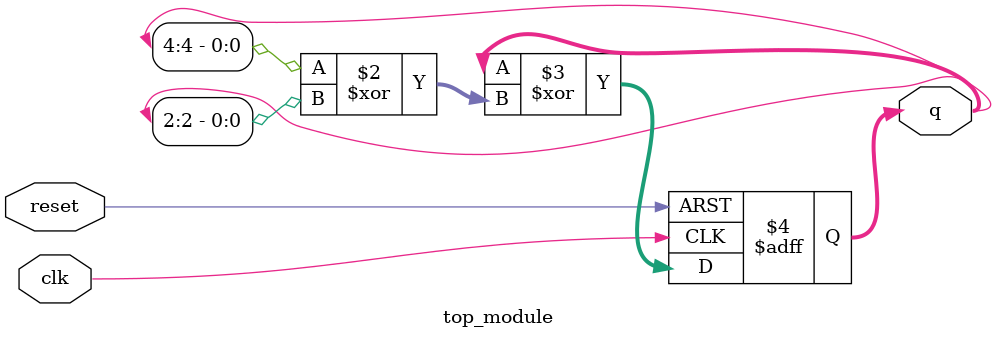
<source format=sv>
module top_module(
    input clk,
    input reset,
    output reg [4:0] q);

    always @(posedge clk or posedge reset) begin
        if (reset) begin
            q <= 1;
        end else begin
            q <= q ^ (q[4] ^ q[2]);
        end
    end

endmodule

</source>
